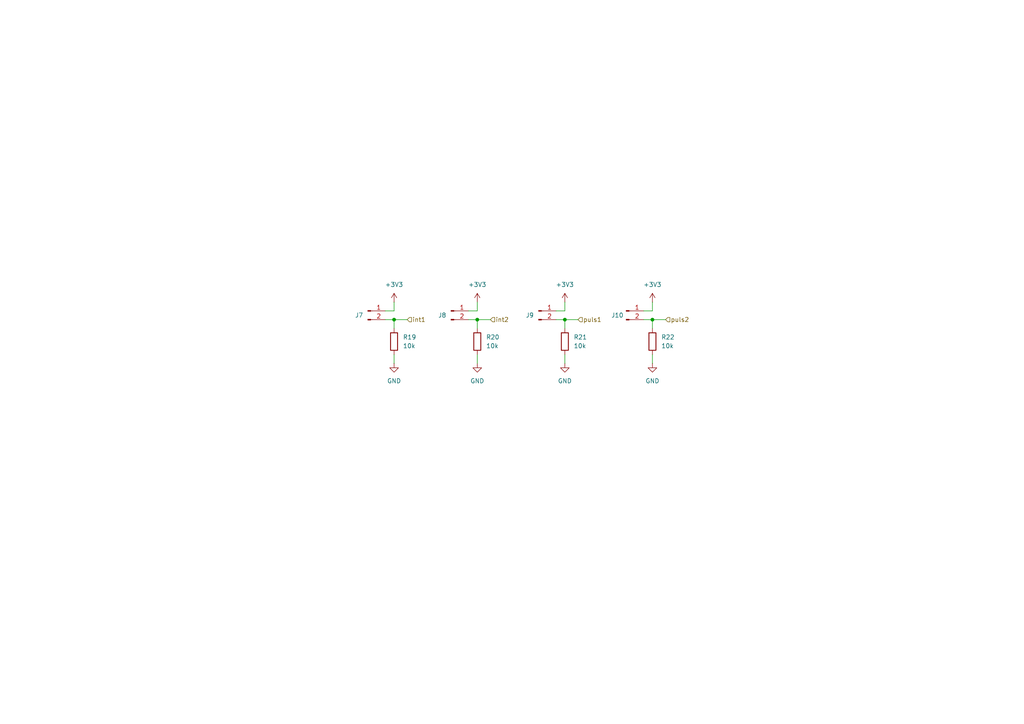
<source format=kicad_sch>
(kicad_sch (version 20250114) (generator "eeschema") (generator_version "9.0")
  (paper "A4")
  (lib_symbols
    (symbol "Connector:Conn_01x02_Pin" (pin_names (offset 1.016) (hide yes))
      (property "Reference" "J" (at 0 2.54 0))
      (property "Value" "Conn_01x02_Pin" (at 0 -5.08 0))
      (symbol "Conn_01x02_Pin_1_1"
        (rectangle (start 0.8636 0.127) (end 0 -0.127) (stroke (width 0.1524)) (fill (type outline)))
        (rectangle (start 0.8636 -2.413) (end 0 -2.667) (stroke (width 0.1524)) (fill (type outline)))
        (polyline (pts (xy 1.27 0) (xy 0.8636 0)) (stroke (width 0.1524)))
        (polyline (pts (xy 1.27 -2.54) (xy 0.8636 -2.54)) (stroke (width 0.1524)))
        (pin passive line (at 5.08 0 180) (length 3.81) (name "Pin_1") (number "1"))
        (pin passive line (at 5.08 -2.54 180) (length 3.81) (name "Pin_2") (number "2"))
      )
    )
    (symbol "Device:R" (pin_numbers (hide yes)) (pin_names (offset 0))
      (property "Reference" "R" (at 2.032 0 90))
      (property "Value" "R" (at 0 0 90))
      (symbol "R_0_1"
        (rectangle (start -1.016 -2.54) (end 1.016 2.54) (stroke (width 0.254)))
      )
      (symbol "R_1_1"
        (pin passive line (at 0 3.81 270) (length 1.27) (name "~") (number "1"))
        (pin passive line (at 0 -3.81 90) (length 1.27) (name "~") (number "2"))
      )
    )
    (symbol "power:+3V3" (power) (pin_numbers (hide yes)) (pin_names (offset 0) (hide yes))
      (property "Value" "+3V3" (at 0 3.556 0))
      (symbol "+3V3_0_1"
        (polyline (pts (xy -0.762 1.27) (xy 0 2.54)))
        (polyline (pts (xy 0 2.54) (xy 0.762 1.27)))
        (polyline (pts (xy 0 0) (xy 0 2.54)))
      )
      (symbol "+3V3_1_1"
        (pin power_in line (at 0 0 90) (length 0) (name "~") (number "1"))
      )
    )
    (symbol "power:GND" (power) (pin_numbers (hide yes)) (pin_names (offset 0) (hide yes))
      (property "Value" "GND" (at 0 -3.81 0))
      (symbol "GND_0_1"
        (polyline (pts (xy 0 0) (xy 0 -1.27) (xy 1.27 -1.27) (xy 0 -2.54) (xy -1.27 -1.27) (xy 0 -1.27)))
      )
      (symbol "GND_1_1"
        (pin power_in line (at 0 0 270) (length 0) (name "~") (number "1"))
      )
    )
  )
  (junction (at 189.23 92.71))
  (junction (at 138.43 92.71))
  (junction (at 114.3 92.71))
  (junction (at 163.83 92.71))
  (wire (pts (xy 114.3 87.63) (xy 114.3 90.17)))
  (wire (pts (xy 163.83 102.87) (xy 163.83 105.41)))
  (wire (pts (xy 163.83 90.17) (xy 161.29 90.17)))
  (wire (pts (xy 189.23 92.71) (xy 189.23 95.25)))
  (wire (pts (xy 163.83 87.63) (xy 163.83 90.17)))
  (wire (pts (xy 135.89 92.71) (xy 138.43 92.71)))
  (wire (pts (xy 138.43 92.71) (xy 142.24 92.71)))
  (wire (pts (xy 163.83 92.71) (xy 167.64 92.71)))
  (wire (pts (xy 138.43 90.17) (xy 135.89 90.17)))
  (wire (pts (xy 163.83 92.71) (xy 163.83 95.25)))
  (wire (pts (xy 114.3 92.71) (xy 114.3 95.25)))
  (wire (pts (xy 189.23 92.71) (xy 193.04 92.71)))
  (wire (pts (xy 138.43 92.71) (xy 138.43 95.25)))
  (wire (pts (xy 186.69 92.71) (xy 189.23 92.71)))
  (wire (pts (xy 189.23 102.87) (xy 189.23 105.41)))
  (wire (pts (xy 189.23 90.17) (xy 186.69 90.17)))
  (wire (pts (xy 114.3 92.71) (xy 118.11 92.71)))
  (wire (pts (xy 138.43 87.63) (xy 138.43 90.17)))
  (wire (pts (xy 114.3 90.17) (xy 111.76 90.17)))
  (wire (pts (xy 114.3 102.87) (xy 114.3 105.41)))
  (wire (pts (xy 111.76 92.71) (xy 114.3 92.71)))
  (wire (pts (xy 138.43 102.87) (xy 138.43 105.41)))
  (wire (pts (xy 161.29 92.71) (xy 163.83 92.71)))
  (wire (pts (xy 189.23 87.63) (xy 189.23 90.17)))
  (hierarchical_label "puls2" (shape input) (at 193.04 92.71 0))
  (hierarchical_label "puls1" (shape input) (at 167.64 92.71 0))
  (hierarchical_label "int1" (shape input) (at 118.11 92.71 0))
  (hierarchical_label "int2" (shape input) (at 142.24 92.71 0))
  (symbol (lib_id "Connector:Conn_01x02_Pin") (at 181.61 90.17 0) (unit 1)
    (property "Reference" "J10" (at 179.07 91.44 0))
    (property "Value" "Conn_01x02_Pin" (effects (hide yes)))
    (property "Footprint" "Connector_PinHeader_2.54mm:PinHeader_1x02_P2.54mm_Vertical" (effects (hide yes)))
    (property "Description" "Generic connector, single row, 01x02, script generated" (effects (hide yes)))
  )
  (symbol (lib_id "power:+3V3") (at 114.3 87.63 0) (unit 1)
    (property "Reference" "#PWR047" (effects (hide yes)))
    (property "Value" "+3V3" (at 114.3 82.55 0))
    (property "Description" "Power symbol creates a global label with name \"+3V3\"" (effects (hide yes)))
  )
  (symbol (lib_id "Connector:Conn_01x02_Pin") (at 106.68 90.17 0) (unit 1)
    (property "Reference" "J7" (at 104.14 91.44 0))
    (property "Value" "Conn_01x02_Pin" (effects (hide yes)))
    (property "Footprint" "Connector_PinHeader_2.54mm:PinHeader_1x02_P2.54mm_Vertical" (effects (hide yes)))
    (property "Description" "Generic connector, single row, 01x02, script generated" (effects (hide yes)))
  )
  (symbol (lib_id "Connector:Conn_01x02_Pin") (at 130.81 90.17 0) (unit 1)
    (property "Reference" "J8" (at 128.27 91.44 0))
    (property "Value" "Conn_01x02_Pin" (effects (hide yes)))
    (property "Footprint" "Connector_PinHeader_2.54mm:PinHeader_1x02_P2.54mm_Vertical" (effects (hide yes)))
    (property "Description" "Generic connector, single row, 01x02, script generated" (effects (hide yes)))
  )
  (symbol (lib_id "Device:R") (at 138.43 99.06 0) (unit 1)
    (property "Reference" "R20" (at 140.97 97.7899 0) (effects (justify left)))
    (property "Value" "10k" (at 140.97 100.3299 0) (effects (justify left)))
    (property "Footprint" "Resistor_SMD:R_0603_1608Metric" (effects (hide yes)))
    (property "Description" "Resistor" (effects (hide yes)))
  )
  (symbol (lib_id "power:+3V3") (at 189.23 87.63 0) (unit 1)
    (property "Reference" "#PWR053" (effects (hide yes)))
    (property "Value" "+3V3" (at 189.23 82.55 0))
    (property "Description" "Power symbol creates a global label with name \"+3V3\"" (effects (hide yes)))
  )
  (symbol (lib_id "power:GND") (at 189.23 105.41 0) (unit 1)
    (property "Reference" "#PWR054" (effects (hide yes)))
    (property "Value" "GND" (at 189.23 110.49 0))
    (property "Description" "Power symbol creates a global label with name \"GND\" , ground" (effects (hide yes)))
  )
  (symbol (lib_id "Device:R") (at 163.83 99.06 0) (unit 1)
    (property "Reference" "R21" (at 166.37 97.7899 0) (effects (justify left)))
    (property "Value" "10k" (at 166.37 100.3299 0) (effects (justify left)))
    (property "Footprint" "Resistor_SMD:R_0603_1608Metric" (effects (hide yes)))
    (property "Description" "Resistor" (effects (hide yes)))
  )
  (symbol (lib_id "power:GND") (at 114.3 105.41 0) (unit 1)
    (property "Reference" "#PWR048" (effects (hide yes)))
    (property "Value" "GND" (at 114.3 110.49 0))
    (property "Description" "Power symbol creates a global label with name \"GND\" , ground" (effects (hide yes)))
  )
  (symbol (lib_id "power:GND") (at 163.83 105.41 0) (unit 1)
    (property "Reference" "#PWR052" (effects (hide yes)))
    (property "Value" "GND" (at 163.83 110.49 0))
    (property "Description" "Power symbol creates a global label with name \"GND\" , ground" (effects (hide yes)))
  )
  (symbol (lib_id "Device:R") (at 189.23 99.06 0) (unit 1)
    (property "Reference" "R22" (at 191.77 97.7899 0) (effects (justify left)))
    (property "Value" "10k" (at 191.77 100.3299 0) (effects (justify left)))
    (property "Footprint" "Resistor_SMD:R_0603_1608Metric" (effects (hide yes)))
    (property "Description" "Resistor" (effects (hide yes)))
  )
  (symbol (lib_id "power:+3V3") (at 163.83 87.63 0) (unit 1)
    (property "Reference" "#PWR051" (effects (hide yes)))
    (property "Value" "+3V3" (at 163.83 82.55 0))
    (property "Description" "Power symbol creates a global label with name \"+3V3\"" (effects (hide yes)))
  )
  (symbol (lib_id "Connector:Conn_01x02_Pin") (at 156.21 90.17 0) (unit 1)
    (property "Reference" "J9" (at 153.67 91.44 0))
    (property "Value" "Conn_01x02_Pin" (effects (hide yes)))
    (property "Footprint" "Connector_PinHeader_2.54mm:PinHeader_1x02_P2.54mm_Vertical" (effects (hide yes)))
    (property "Description" "Generic connector, single row, 01x02, script generated" (effects (hide yes)))
  )
  (symbol (lib_id "power:GND") (at 138.43 105.41 0) (unit 1)
    (property "Reference" "#PWR050" (effects (hide yes)))
    (property "Value" "GND" (at 138.43 110.49 0))
    (property "Description" "Power symbol creates a global label with name \"GND\" , ground" (effects (hide yes)))
  )
  (symbol (lib_id "power:+3V3") (at 138.43 87.63 0) (unit 1)
    (property "Reference" "#PWR049" (effects (hide yes)))
    (property "Value" "+3V3" (at 138.43 82.55 0))
    (property "Description" "Power symbol creates a global label with name \"+3V3\"" (effects (hide yes)))
  )
  (symbol (lib_id "Device:R") (at 114.3 99.06 0) (unit 1)
    (property "Reference" "R19" (at 116.84 97.7899 0) (effects (justify left)))
    (property "Value" "10k" (at 116.84 100.3299 0) (effects (justify left)))
    (property "Footprint" "Resistor_SMD:R_0603_1608Metric" (effects (hide yes)))
    (property "Description" "Resistor" (effects (hide yes)))
  )
)
</source>
